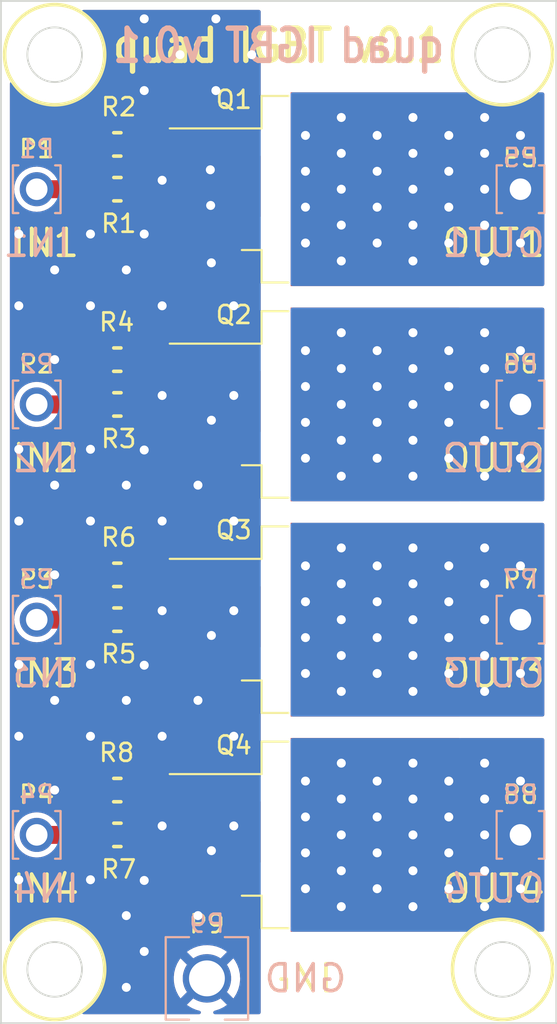
<source format=kicad_pcb>
(kicad_pcb (version 20211014) (generator pcbnew)
  (title_block (title "DDPAK breakout") (rev "R0.2") (company "rusEFI"))
  (layers (0 "F.Cu" signal) (31 "B.Cu" signal) (34 "B.Paste" user) (35 "F.Paste" user) (36 "B.SilkS" user "B.Silkscreen") (37 "F.SilkS" user "F.Silkscreen") (38 "B.Mask" user) (39 "F.Mask" user) (44 "Edge.Cuts" user))
  (net 0 "")
  (net 1 "/IN1")
  (net 2 "/IN2")
  (net 3 "/IN3")
  (net 4 "/IN4")
  (net 5 "/OUT1")
  (net 6 "/OUT2")
  (net 7 "/OUT3")
  (net 8 "/OUT4")
  (net 9 "/CH1")
  (net 10 "GND")
  (net 11 "/CH2")
  (net 12 "/CH3")
  (net 13 "/CH4")
  (footprint "hellen-one-common:R0805" (layer "F.Cu") (at 199.5 105)
    (fp_text reference "R2" (at -1 -1.5 unlocked) (layer "F.SilkS") (effects (justify left bottom)))
    (fp_text value "100k" hide)
    (fp_line (start -0.2 -0.650001) (end 0.2 -0.650001) (layer "F.SilkS") (width 0.2))
    (fp_line (start -0.204389 0.652927) (end 0.195611 0.652927) (layer "F.SilkS") (width 0.2))
    (pad "1" smd roundrect (at -0.950001 0) (size 1.000001 1.45) (layers "F.Cu" "F.Paste" "F.Mask") (roundrect_rratio 0.1) (net 10 "GND"))
    (pad "2" smd roundrect (at 0.950021 0) (size 1.000001 1.45) (layers "F.Cu" "F.Paste" "F.Mask") (roundrect_rratio 0.1) (net 9 "/CH1"))
  )
  (footprint "Package_TO_SOT_SMD:TO-263-2" (layer "F.Cu") (at 210.5 107.5)
    (fp_text reference "Q1" (at -4.5 -5) (layer "F.SilkS"))
    (fp_text value "ISL9V3040D3S")
    (fp_line (start -1.45 5.2) (end -2.95 5.2) (layer "F.SilkS") (width 0.12))
    (fp_line (start -1.45 -5.2) (end -2.95 -5.2) (layer "F.SilkS") (width 0.12))
    (fp_line (start -2.95 3.39) (end -4.05 3.39) (layer "F.SilkS") (width 0.12))
    (fp_line (start -2.95 -3.39) (end -8.075 -3.39) (layer "F.SilkS") (width 0.12))
    (fp_line (start -2.95 5.2) (end -2.95 3.39) (layer "F.SilkS") (width 0.12))
    (fp_line (start -2.95 -5.2) (end -2.95 -3.39) (layer "F.SilkS") (width 0.12))
    (pad "1" smd rect (at -5.775 -2.54) (size 4.6 1.1) (layers "F.Cu" "F.Paste" "F.Mask") (net 9 "/CH1"))
    (pad "2" smd rect (at 3.375 0) (size 9.4 10.8) (layers "F.Cu" "F.Mask") (net 5 "/OUT1"))
    (pad "3" smd rect (at -5.775 2.54) (size 4.6 1.1) (layers "F.Cu" "F.Paste" "F.Mask") (net 10 "GND"))
  )
  (footprint "hellen-one-common:PAD-TH" (layer "F.Cu") (at 195 119.5)
    (fp_text reference "P2" (at 0 -2.25) (layer "F.SilkS"))
    (fp_text value "Pad" hide)
    (fp_text user "${REFERENCE}" (at 0 -2.25) (layer "B.SilkS") (effects (justify mirror)))
    (fp_line (start -1.035538 -1.33) (end -1.33 -1.33) (layer "B.SilkS") (width 0.12))
    (fp_line (start 1.024373 -1.33) (end 1.33 -1.33) (layer "B.SilkS") (width 0.12))
    (fp_line (start -1.024373 1.33) (end -1.33 1.33) (layer "B.SilkS") (width 0.12))
    (fp_line (start 1.035538 1.33) (end 1.33 1.33) (layer "B.SilkS") (width 0.12))
    (fp_line (start 1.33 -1.33) (end 1.33 1.33) (layer "B.SilkS") (width 0.12))
    (fp_line (start -1.33 1.33) (end -1.33 -1.33) (layer "B.SilkS") (width 0.12))
    (fp_line (start -1.33 -1.33) (end -1.33 1.33) (layer "F.SilkS") (width 0.12))
    (fp_line (start 1.33 1.33) (end 1.33 -1.33) (layer "F.SilkS") (width 0.12))
    (fp_line (start -1.035538 1.33) (end -1.33 1.33) (layer "F.SilkS") (width 0.12))
    (fp_line (start 1.035538 -1.33) (end 1.33 -1.33) (layer "F.SilkS") (width 0.12))
    (fp_line (start -1.024373 -1.33) (end -1.33 -1.33) (layer "F.SilkS") (width 0.12))
    (fp_line (start 1.024373 1.33) (end 1.33 1.33) (layer "F.SilkS") (width 0.12))
    (pad "1" thru_hole circle locked (at 0 0) (size 1.9 1.9) (drill 1.2) (layers *.Cu *.Mask) (net 2 "/IN2"))
  )
  (footprint "hellen-one-common:R0805" (layer "F.Cu") (at 199.5 107.5 180)
    (fp_text reference "R1" (at 1 -2.5 unlocked) (layer "F.SilkS") (effects (justify left bottom)))
    (fp_text value "1k" hide)
    (fp_line (start -0.2 -0.650001) (end 0.2 -0.650001) (layer "F.SilkS") (width 0.2))
    (fp_line (start -0.204389 0.652927) (end 0.195611 0.652927) (layer "F.SilkS") (width 0.2))
    (pad "1" smd roundrect (at -0.950001 0 180) (size 1.000001 1.45) (layers "F.Cu" "F.Paste" "F.Mask") (roundrect_rratio 0.1) (net 9 "/CH1"))
    (pad "2" smd roundrect (at 0.950021 0 180) (size 1.000001 1.45) (layers "F.Cu" "F.Paste" "F.Mask") (roundrect_rratio 0.1) (net 1 "/IN1"))
  )
  (footprint "hellen-one-common:PAD-TH" (layer "F.Cu") (at 195 107.5)
    (fp_text reference "P1" (at 0 -2.25) (layer "F.SilkS"))
    (fp_text value "Pad" hide)
    (fp_text user "${REFERENCE}" (at 0 -2.25) (layer "B.SilkS") (effects (justify mirror)))
    (fp_line (start -1.035538 -1.33) (end -1.33 -1.33) (layer "B.SilkS") (width 0.12))
    (fp_line (start -1.33 1.33) (end -1.33 -1.33) (layer "B.SilkS") (width 0.12))
    (fp_line (start 1.035538 1.33) (end 1.33 1.33) (layer "B.SilkS") (width 0.12))
    (fp_line (start 1.33 -1.33) (end 1.33 1.33) (layer "B.SilkS") (width 0.12))
    (fp_line (start -1.024373 1.33) (end -1.33 1.33) (layer "B.SilkS") (width 0.12))
    (fp_line (start 1.024373 -1.33) (end 1.33 -1.33) (layer "B.SilkS") (width 0.12))
    (fp_line (start 1.33 1.33) (end 1.33 -1.33) (layer "F.SilkS") (width 0.12))
    (fp_line (start -1.33 -1.33) (end -1.33 1.33) (layer "F.SilkS") (width 0.12))
    (fp_line (start -1.024373 -1.33) (end -1.33 -1.33) (layer "F.SilkS") (width 0.12))
    (fp_line (start -1.035538 1.33) (end -1.33 1.33) (layer "F.SilkS") (width 0.12))
    (fp_line (start 1.035538 -1.33) (end 1.33 -1.33) (layer "F.SilkS") (width 0.12))
    (fp_line (start 1.024373 1.33) (end 1.33 1.33) (layer "F.SilkS") (width 0.12))
    (pad "1" thru_hole circle locked (at 0 0) (size 1.9 1.9) (drill 1.2) (layers *.Cu *.Mask) (net 1 "/IN1"))
  )
  (footprint "hellen-one-common:PAD-TH" (layer "F.Cu") (at 195 131.5)
    (fp_text reference "P3" (at 0 -2.25) (layer "F.SilkS"))
    (fp_text value "Pad" hide)
    (fp_text user "${REFERENCE}" (at 0 -2.25) (layer "B.SilkS") (effects (justify mirror)))
    (fp_line (start -1.33 1.33) (end -1.33 -1.33) (layer "B.SilkS") (width 0.12))
    (fp_line (start 1.035538 1.33) (end 1.33 1.33) (layer "B.SilkS") (width 0.12))
    (fp_line (start 1.024373 -1.33) (end 1.33 -1.33) (layer "B.SilkS") (width 0.12))
    (fp_line (start -1.035538 -1.33) (end -1.33 -1.33) (layer "B.SilkS") (width 0.12))
    (fp_line (start 1.33 -1.33) (end 1.33 1.33) (layer "B.SilkS") (width 0.12))
    (fp_line (start -1.024373 1.33) (end -1.33 1.33) (layer "B.SilkS") (width 0.12))
    (fp_line (start 1.024373 1.33) (end 1.33 1.33) (layer "F.SilkS") (width 0.12))
    (fp_line (start 1.035538 -1.33) (end 1.33 -1.33) (layer "F.SilkS") (width 0.12))
    (fp_line (start 1.33 1.33) (end 1.33 -1.33) (layer "F.SilkS") (width 0.12))
    (fp_line (start -1.035538 1.33) (end -1.33 1.33) (layer "F.SilkS") (width 0.12))
    (fp_line (start -1.33 -1.33) (end -1.33 1.33) (layer "F.SilkS") (width 0.12))
    (fp_line (start -1.024373 -1.33) (end -1.33 -1.33) (layer "F.SilkS") (width 0.12))
    (pad "1" thru_hole circle locked (at 0 0) (size 1.9 1.9) (drill 1.2) (layers *.Cu *.Mask) (net 3 "/IN3"))
  )
  (footprint "Package_TO_SOT_SMD:TO-263-2" (layer "F.Cu") (at 210.5 143.5)
    (fp_text reference "Q4" (at -4.5 -5) (layer "F.SilkS"))
    (fp_text value "ISL9V3040D3S")
    (fp_line (start -1.45 5.2) (end -2.95 5.2) (layer "F.SilkS") (width 0.12))
    (fp_line (start -2.95 3.39) (end -4.05 3.39) (layer "F.SilkS") (width 0.12))
    (fp_line (start -1.45 -5.2) (end -2.95 -5.2) (layer "F.SilkS") (width 0.12))
    (fp_line (start -2.95 -3.39) (end -8.075 -3.39) (layer "F.SilkS") (width 0.12))
    (fp_line (start -2.95 5.2) (end -2.95 3.39) (layer "F.SilkS") (width 0.12))
    (fp_line (start -2.95 -5.2) (end -2.95 -3.39) (layer "F.SilkS") (width 0.12))
    (pad "1" smd rect (at -5.775 -2.54) (size 4.6 1.1) (layers "F.Cu" "F.Paste" "F.Mask") (net 13 "/CH4"))
    (pad "2" smd rect (at 3.375 0) (size 9.4 10.8) (layers "F.Cu" "F.Mask") (net 8 "/OUT4"))
    (pad "3" smd rect (at -5.775 2.54) (size 4.6 1.1) (layers "F.Cu" "F.Paste" "F.Mask") (net 10 "GND"))
  )
  (footprint "hellen-one-common:R0805" (layer "F.Cu") (at 199.5 117)
    (fp_text reference "R4" (at -1.113674 -1.5 unlocked) (layer "F.SilkS") (effects (justify left bottom)))
    (fp_text value "100k" hide)
    (fp_line (start -0.204389 0.652927) (end 0.195611 0.652927) (layer "F.SilkS") (width 0.2))
    (fp_line (start -0.2 -0.650001) (end 0.2 -0.650001) (layer "F.SilkS") (width 0.2))
    (pad "1" smd roundrect (at -0.950001 0) (size 1.000001 1.45) (layers "F.Cu" "F.Paste" "F.Mask") (roundrect_rratio 0.1) (net 10 "GND"))
    (pad "2" smd roundrect (at 0.950021 0) (size 1.000001 1.45) (layers "F.Cu" "F.Paste" "F.Mask") (roundrect_rratio 0.1) (net 11 "/CH2"))
  )
  (footprint "hellen-one-common:R0805" (layer "F.Cu") (at 199.5 131.5 180)
    (fp_text reference "R5" (at 1 -2.5 unlocked) (layer "F.SilkS") (effects (justify left bottom)))
    (fp_text value "1k" hide)
    (fp_line (start -0.2 -0.650001) (end 0.2 -0.650001) (layer "F.SilkS") (width 0.2))
    (fp_line (start -0.204389 0.652927) (end 0.195611 0.652927) (layer "F.SilkS") (width 0.2))
    (pad "1" smd roundrect (at -0.950001 0 180) (size 1.000001 1.45) (layers "F.Cu" "F.Paste" "F.Mask") (roundrect_rratio 0.1) (net 12 "/CH3"))
    (pad "2" smd roundrect (at 0.950021 0 180) (size 1.000001 1.45) (layers "F.Cu" "F.Paste" "F.Mask") (roundrect_rratio 0.1) (net 3 "/IN3"))
  )
  (footprint "hellen-one-common:R0805" (layer "F.Cu") (at 199.5 143.5 180)
    (fp_text reference "R7" (at 1 -2.5 unlocked) (layer "F.SilkS") (effects (justify left bottom)))
    (fp_text value "1k" hide)
    (fp_line (start -0.204389 0.652927) (end 0.195611 0.652927) (layer "F.SilkS") (width 0.2))
    (fp_line (start -0.2 -0.650001) (end 0.2 -0.650001) (layer "F.SilkS") (width 0.2))
    (pad "1" smd roundrect (at -0.950001 0 180) (size 1.000001 1.45) (layers "F.Cu" "F.Paste" "F.Mask") (roundrect_rratio 0.1) (net 13 "/CH4"))
    (pad "2" smd roundrect (at 0.950021 0 180) (size 1.000001 1.45) (layers "F.Cu" "F.Paste" "F.Mask") (roundrect_rratio 0.1) (net 4 "/IN4"))
  )
  (footprint "hellen-one-common:PAD-TH" (layer "F.Cu") (at 195 143.5)
    (fp_text reference "P4" (at 0 -2.25) (layer "F.SilkS"))
    (fp_text value "Pad" hide)
    (fp_text user "${REFERENCE}" (at 0 -2.25) (layer "B.SilkS") (effects (justify mirror)))
    (fp_line (start -1.035538 -1.33) (end -1.33 -1.33) (layer "B.SilkS") (width 0.12))
    (fp_line (start 1.024373 -1.33) (end 1.33 -1.33) (layer "B.SilkS") (width 0.12))
    (fp_line (start -1.33 1.33) (end -1.33 -1.33) (layer "B.SilkS") (width 0.12))
    (fp_line (start 1.33 -1.33) (end 1.33 1.33) (layer "B.SilkS") (width 0.12))
    (fp_line (start -1.024373 1.33) (end -1.33 1.33) (layer "B.SilkS") (width 0.12))
    (fp_line (start 1.035538 1.33) (end 1.33 1.33) (layer "B.SilkS") (width 0.12))
    (fp_line (start 1.024373 1.33) (end 1.33 1.33) (layer "F.SilkS") (width 0.12))
    (fp_line (start -1.035538 1.33) (end -1.33 1.33) (layer "F.SilkS") (width 0.12))
    (fp_line (start -1.33 -1.33) (end -1.33 1.33) (layer "F.SilkS") (width 0.12))
    (fp_line (start 1.33 1.33) (end 1.33 -1.33) (layer "F.SilkS") (width 0.12))
    (fp_line (start -1.024373 -1.33) (end -1.33 -1.33) (layer "F.SilkS") (width 0.12))
    (fp_line (start 1.035538 -1.33) (end 1.33 -1.33) (layer "F.SilkS") (width 0.12))
    (pad "1" thru_hole circle locked (at 0 0) (size 1.9 1.9) (drill 1.2) (layers *.Cu *.Mask) (net 4 "/IN4"))
  )
  (footprint "hellen-one-common:PAD-TH" (layer "F.Cu") (at 222 107.5)
    (fp_text reference "P5" (at 0 -1.75) (layer "F.SilkS"))
    (fp_text value "Pad" hide)
    (fp_text user "${REFERENCE}" (at 0 -1.75) (layer "B.SilkS") (effects (justify mirror)))
    (fp_line (start 1.035538 1.33) (end 1.33 1.33) (layer "B.SilkS") (width 0.12))
    (fp_line (start -1.035538 -1.33) (end -1.33 -1.33) (layer "B.SilkS") (width 0.12))
    (fp_line (start -1.024373 1.33) (end -1.33 1.33) (layer "B.SilkS") (width 0.12))
    (fp_line (start 1.33 -1.33) (end 1.33 1.33) (layer "B.SilkS") (width 0.12))
    (fp_line (start -1.33 1.33) (end -1.33 -1.33) (layer "B.SilkS") (width 0.12))
    (fp_line (start 1.024373 -1.33) (end 1.33 -1.33) (layer "B.SilkS") (width 0.12))
    (fp_line (start -1.035538 1.33) (end -1.33 1.33) (layer "F.SilkS") (width 0.12))
    (fp_line (start -1.024373 -1.33) (end -1.33 -1.33) (layer "F.SilkS") (width 0.12))
    (fp_line (start -1.33 -1.33) (end -1.33 1.33) (layer "F.SilkS") (width 0.12))
    (fp_line (start 1.035538 -1.33) (end 1.33 -1.33) (layer "F.SilkS") (width 0.12))
    (fp_line (start 1.33 1.33) (end 1.33 -1.33) (layer "F.SilkS") (width 0.12))
    (fp_line (start 1.024373 1.33) (end 1.33 1.33) (layer "F.SilkS") (width 0.12))
    (pad "1" thru_hole circle locked (at 0 0) (size 1.9 1.9) (drill 1.2) (layers *.Cu *.Mask) (net 5 "/OUT1"))
  )
  (footprint "hellen-one-common:R0805" (layer "F.Cu") (at 199.5 141)
    (fp_text reference "R8" (at -1.113674 -1.5 unlocked) (layer "F.SilkS") (effects (justify left bottom)))
    (fp_text value "100k" hide)
    (fp_line (start -0.204389 0.652927) (end 0.195611 0.652927) (layer "F.SilkS") (width 0.2))
    (fp_line (start -0.2 -0.650001) (end 0.2 -0.650001) (layer "F.SilkS") (width 0.2))
    (pad "1" smd roundrect (at -0.950001 0) (size 1.000001 1.45) (layers "F.Cu" "F.Paste" "F.Mask") (roundrect_rratio 0.1) (net 10 "GND"))
    (pad "2" smd roundrect (at 0.950021 0) (size 1.000001 1.45) (layers "F.Cu" "F.Paste" "F.Mask") (roundrect_rratio 0.1) (net 13 "/CH4"))
  )
  (footprint "hellen-one-common:PAD-TH" (layer "F.Cu") (at 222 131.5)
    (fp_text reference "P7" (at 0 -2.25) (layer "F.SilkS"))
    (fp_text value "Pad" hide)
    (fp_text user "${REFERENCE}" (at 0 -2.25) (layer "B.SilkS") (effects (justify mirror)))
    (fp_line (start 1.035538 1.33) (end 1.33 1.33) (layer "B.SilkS") (width 0.12))
    (fp_line (start 1.33 -1.33) (end 1.33 1.33) (layer "B.SilkS") (width 0.12))
    (fp_line (start -1.035538 -1.33) (end -1.33 -1.33) (layer "B.SilkS") (width 0.12))
    (fp_line (start -1.024373 1.33) (end -1.33 1.33) (layer "B.SilkS") (width 0.12))
    (fp_line (start 1.024373 -1.33) (end 1.33 -1.33) (layer "B.SilkS") (width 0.12))
    (fp_line (start -1.33 1.33) (end -1.33 -1.33) (layer "B.SilkS") (width 0.12))
    (fp_line (start -1.33 -1.33) (end -1.33 1.33) (layer "F.SilkS") (width 0.12))
    (fp_line (start 1.33 1.33) (end 1.33 -1.33) (layer "F.SilkS") (width 0.12))
    (fp_line (start -1.035538 1.33) (end -1.33 1.33) (layer "F.SilkS") (width 0.12))
    (fp_line (start 1.035538 -1.33) (end 1.33 -1.33) (layer "F.SilkS") (width 0.12))
    (fp_line (start 1.024373 1.33) (end 1.33 1.33) (layer "F.SilkS") (width 0.12))
    (fp_line (start -1.024373 -1.33) (end -1.33 -1.33) (layer "F.SilkS") (width 0.12))
    (pad "1" thru_hole circle locked (at 0 0) (size 1.9 1.9) (drill 1.2) (layers *.Cu *.Mask) (net 7 "/OUT3"))
  )
  (footprint "hellen-one-common:PAD-TH" (layer "F.Cu") (at 222 143.5)
    (fp_text reference "P8" (at 0 -2.25) (layer "F.SilkS"))
    (fp_text value "Pad" hide)
    (fp_text user "${REFERENCE}" (at 0 -2.25) (layer "B.SilkS") (effects (justify mirror)))
    (fp_line (start 1.035538 1.33) (end 1.33 1.33) (layer "B.SilkS") (width 0.12))
    (fp_line (start -1.035538 -1.33) (end -1.33 -1.33) (layer "B.SilkS") (width 0.12))
    (fp_line (start 1.33 -1.33) (end 1.33 1.33) (layer "B.SilkS") (width 0.12))
    (fp_line (start -1.024373 1.33) (end -1.33 1.33) (layer "B.SilkS") (width 0.12))
    (fp_line (start -1.33 1.33) (end -1.33 -1.33) (layer "B.SilkS") (width 0.12))
    (fp_line (start 1.024373 -1.33) (end 1.33 -1.33) (layer "B.SilkS") (width 0.12))
    (fp_line (start 1.035538 -1.33) (end 1.33 -1.33) (layer "F.SilkS") (width 0.12))
    (fp_line (start 1.33 1.33) (end 1.33 -1.33) (layer "F.SilkS") (width 0.12))
    (fp_line (start 1.024373 1.33) (end 1.33 1.33) (layer "F.SilkS") (width 0.12))
    (fp_line (start -1.33 -1.33) (end -1.33 1.33) (layer "F.SilkS") (width 0.12))
    (fp_line (start -1.024373 -1.33) (end -1.33 -1.33) (layer "F.SilkS") (width 0.12))
    (fp_line (start -1.035538 1.33) (end -1.33 1.33) (layer "F.SilkS") (width 0.12))
    (pad "1" thru_hole circle locked (at 0 0) (size 1.9 1.9) (drill 1.2) (layers *.Cu *.Mask) (net 8 "/OUT4"))
  )
  (footprint "hellen-one-common:PAD-TH" (layer "F.Cu") (at 204.5 151.5)
    (fp_text reference "P9" (at 0 -3.03) (layer "F.SilkS"))
    (fp_text value "Pad" hide)
    (fp_text user "${REFERENCE}" (at 0 -3.06) (layer "B.SilkS") (effects (justify mirror)))
    (fp_line (start 2.3 2.3) (end 2.3 -2.3) (layer "B.SilkS") (width 0.12))
    (fp_line (start 1 2.3) (end 2.3 2.3) (layer "B.SilkS") (width 0.12))
    (fp_line (start -2.3 -2.3) (end -2.3 2.3) (layer "B.SilkS") (width 0.12))
    (fp_line (start -2.3 2.3) (end -1 2.3) (layer "B.SilkS") (width 0.12))
    (fp_line (start -2.3 -2.3) (end -1 -2.3) (layer "B.SilkS") (width 0.12))
    (fp_line (start 1 -2.3) (end 2.3 -2.3) (layer "B.SilkS") (width 0.12))
    (fp_line (start 2.3 2.3) (end 2.3 -2.3) (layer "F.SilkS") (width 0.12))
    (fp_line (start 1 -2.3) (end 2.3 -2.3) (layer "F.SilkS") (width 0.12))
    (fp_line (start -2.3 2.3) (end -1 2.3) (layer "F.SilkS") (width 0.12))
    (fp_line (start 1 2.3) (end 2.3 2.3) (layer "F.SilkS") (width 0.12))
    (fp_line (start -2.3 -2.3) (end -1 -2.3) (layer "F.SilkS") (width 0.12))
    (fp_line (start -2.3 -2.3) (end -2.3 2.3) (layer "F.SilkS") (width 0.12))
    (pad "1" thru_hole circle (at 0 0) (size 2.7 2.7) (drill 2) (layers *.Cu *.Mask) (net 10 "GND"))
  )
  (footprint "Package_TO_SOT_SMD:TO-263-2" (layer "F.Cu") (at 210.5 131.5)
    (fp_text reference "Q3" (at -4.5 -5) (layer "F.SilkS"))
    (fp_text value "ISL9V3040D3S")
    (fp_line (start -1.45 5.2) (end -2.95 5.2) (layer "F.SilkS") (width 0.12))
    (fp_line (start -2.95 -3.39) (end -8.075 -3.39) (layer "F.SilkS") (width 0.12))
    (fp_line (start -1.45 -5.2) (end -2.95 -5.2) (layer "F.SilkS") (width 0.12))
    (fp_line (start -2.95 3.39) (end -4.05 3.39) (layer "F.SilkS") (width 0.12))
    (fp_line (start -2.95 -5.2) (end -2.95 -3.39) (layer "F.SilkS") (width 0.12))
    (fp_line (start -2.95 5.2) (end -2.95 3.39) (layer "F.SilkS") (width 0.12))
    (pad "1" smd rect (at -5.775 -2.54) (size 4.6 1.1) (layers "F.Cu" "F.Paste" "F.Mask") (net 12 "/CH3"))
    (pad "2" smd rect (at 3.375 0) (size 9.4 10.8) (layers "F.Cu" "F.Mask") (net 7 "/OUT3"))
    (pad "3" smd rect (at -5.775 2.54) (size 4.6 1.1) (layers "F.Cu" "F.Paste" "F.Mask") (net 10 "GND"))
  )
  (footprint "hellen-one-common:R0805" (layer "F.Cu") (at 199.5 129)
    (fp_text reference "R6" (at -1 -1.5 unlocked) (layer "F.SilkS") (effects (justify left bottom)))
    (fp_text value "100k" hide)
    (fp_line (start -0.204389 0.652927) (end 0.195611 0.652927) (layer "F.SilkS") (width 0.2))
    (fp_line (start -0.2 -0.650001) (end 0.2 -0.650001) (layer "F.SilkS") (width 0.2))
    (pad "1" smd roundrect (at -0.950001 0) (size 1.000001 1.45) (layers "F.Cu" "F.Paste" "F.Mask") (roundrect_rratio 0.1) (net 10 "GND"))
    (pad "2" smd roundrect (at 0.950021 0) (size 1.000001 1.45) (layers "F.Cu" "F.Paste" "F.Mask") (roundrect_rratio 0.1) (net 12 "/CH3"))
  )
  (footprint "hellen-one-common:R0805" (layer "F.Cu") (at 199.5 119.5 180)
    (fp_text reference "R3" (at 1 -2.5 unlocked) (layer "F.SilkS") (effects (justify left bottom)))
    (fp_text value "1k" hide)
    (fp_line (start -0.204389 0.652927) (end 0.195611 0.652927) (layer "F.SilkS") (width 0.2))
    (fp_line (start -0.2 -0.650001) (end 0.2 -0.650001) (layer "F.SilkS") (width 0.2))
    (pad "1" smd roundrect (at -0.950001 0 180) (size 1.000001 1.45) (layers "F.Cu" "F.Paste" "F.Mask") (roundrect_rratio 0.1) (net 11 "/CH2"))
    (pad "2" smd roundrect (at 0.950021 0 180) (size 1.000001 1.45) (layers "F.Cu" "F.Paste" "F.Mask") (roundrect_rratio 0.1) (net 2 "/IN2"))
  )
  (footprint "hellen-one-common:PAD-TH" (layer "F.Cu") (at 222 119.5)
    (fp_text reference "P6" (at 0 -2.25) (layer "F.SilkS"))
    (fp_text value "Pad" hide)
    (fp_text user "${REFERENCE}" (at 0 -2.25) (layer "B.SilkS") (effects (justify mirror)))
    (fp_line (start 1.024373 -1.33) (end 1.33 -1.33) (layer "B.SilkS") (width 0.12))
    (fp_line (start -1.33 1.33) (end -1.33 -1.33) (layer "B.SilkS") (width 0.12))
    (fp_line (start 1.035538 1.33) (end 1.33 1.33) (layer "B.SilkS") (width 0.12))
    (fp_line (start -1.024373 1.33) (end -1.33 1.33) (layer "B.SilkS") (width 0.12))
    (fp_line (start -1.035538 -1.33) (end -1.33 -1.33) (layer "B.SilkS") (width 0.12))
    (fp_line (start 1.33 -1.33) (end 1.33 1.33) (layer "B.SilkS") (width 0.12))
    (fp_line (start 1.035538 -1.33) (end 1.33 -1.33) (layer "F.SilkS") (width 0.12))
    (fp_line (start -1.035538 1.33) (end -1.33 1.33) (layer "F.SilkS") (width 0.12))
    (fp_line (start 1.024373 1.33) (end 1.33 1.33) (layer "F.SilkS") (width 0.12))
    (fp_line (start 1.33 1.33) (end 1.33 -1.33) (layer "F.SilkS") (width 0.12))
    (fp_line (start -1.33 -1.33) (end -1.33 1.33) (layer "F.SilkS") (width 0.12))
    (fp_line (start -1.024373 -1.33) (end -1.33 -1.33) (layer "F.SilkS") (width 0.12))
    (pad "1" thru_hole circle locked (at 0 0) (size 1.9 1.9) (drill 1.2) (layers *.Cu *.Mask) (net 6 "/OUT2"))
  )
  (footprint "Package_TO_SOT_SMD:TO-263-2" (layer "F.Cu") (at 210.5 119.5)
    (fp_text reference "Q2" (at -4.5 -5) (layer "F.SilkS"))
    (fp_text value "ISL9V3040D3S")
    (fp_line (start -2.95 -3.39) (end -8.075 -3.39) (layer "F.SilkS") (width 0.12))
    (fp_line (start -1.45 5.2) (end -2.95 5.2) (layer "F.SilkS") (width 0.12))
    (fp_line (start -2.95 5.2) (end -2.95 3.39) (layer "F.SilkS") (width 0.12))
    (fp_line (start -2.95 -5.2) (end -2.95 -3.39) (layer "F.SilkS") (width 0.12))
    (fp_line (start -1.45 -5.2) (end -2.95 -5.2) (layer "F.SilkS") (width 0.12))
    (fp_line (start -2.95 3.39) (end -4.05 3.39) (layer "F.SilkS") (width 0.12))
    (pad "1" smd rect (at -5.775 -2.54) (size 4.6 1.1) (layers "F.Cu" "F.Paste" "F.Mask") (net 11 "/CH2"))
    (pad "2" smd rect (at 3.375 0) (size 9.4 10.8) (layers "F.Cu" "F.Mask") (net 6 "/OUT2"))
    (pad "3" smd rect (at -5.775 2.54) (size 4.6 1.1) (layers "F.Cu" "F.Paste" "F.Mask") (net 10 "GND"))
  )
  (gr_circle (center 196 151) (end 198.794 151) (layer "F.SilkS") (width 0.2) (fill none))
  (gr_circle (center 196 100) (end 198.794 100) (layer "F.SilkS") (width 0.2) (fill none))
  (gr_circle (center 221 151) (end 223.794 151) (layer "F.SilkS") (width 0.2) (fill none))
  (gr_circle (center 221 100) (end 223.794 100) (layer "F.SilkS") (width 0.2) (fill none))
  (gr_line (start 193 97) (end 193 154) (layer "Edge.Cuts") (width 0.1))
  (gr_line (start 193 154) (end 224 154) (layer "Edge.Cuts") (width 0.1))
  (gr_circle (center 221 151) (end 222.524 151) (layer "Edge.Cuts") (width 0.1) (fill none))
  (gr_circle (center 196 151) (end 197.524 151) (layer "Edge.Cuts") (width 0.1) (fill none))
  (gr_circle (center 221 100) (end 222.524 100) (layer "Edge.Cuts") (width 0.1) (fill none))
  (gr_line (start 193 97) (end 224 97) (layer "Edge.Cuts") (width 0.1))
  (gr_line (start 224 97) (end 224 154) (layer "Edge.Cuts") (width 0.1))
  (gr_circle (center 196 100) (end 197.524 100) (layer "Edge.Cuts") (width 0.1) (fill none))
  (gr_text "IN1" (at 195 110.5) (layer "B.SilkS") (effects (font (size 1.5 1.5) (thickness 0.2)) (justify mirror)))
  (gr_text "IN3" (at 195.5 134.5) (layer "B.SilkS") (effects (font (size 1.5 1.5) (thickness 0.2)) (justify mirror)))
  (gr_text "OUT2" (at 220.5 122.5) (layer "B.SilkS") (effects (font (size 1.5 1.5) (thickness 0.2)) (justify mirror)))
  (gr_text "IN2" (at 195.5 122.5) (layer "B.SilkS") (effects (font (size 1.5 1.5) (thickness 0.2)) (justify mirror)))
  (gr_text "OUT1" (at 220.5 110.5) (layer "B.SilkS") (effects (font (size 1.5 1.5) (thickness 0.2)) (justify mirror)))
  (gr_text "OUT4" (at 220.5 146.5) (layer "B.SilkS") (effects (font (size 1.5 1.5) (thickness 0.2)) (justify mirror)))
  (gr_text "OUT3" (at 220.5 134.5) (layer "B.SilkS") (effects (font (size 1.5 1.5) (thickness 0.2)) (justify mirror)))
  (gr_text "quad IGBT v0.1" (at 208.5 99.5) (layer "B.SilkS") (effects (font (size 1.8 1.6) (thickness 0.3)) (justify mirror)))
  (gr_text "GND" (at 210 151.5) (layer "B.SilkS") (effects (font (size 1.5 1.5) (thickness 0.2)) (justify mirror)))
  (gr_text "IN4" (at 195.5 146.5) (layer "B.SilkS") (effects (font (size 1.5 1.5) (thickness 0.2)) (justify mirror)))
  (gr_text "IN3" (at 195.5 134.5) (layer "F.SilkS") (effects (font (size 1.5 1.5) (thickness 0.2))))
  (gr_text "IN1" (at 195.5 110.5) (layer "F.SilkS") (effects (font (size 1.5 1.5) (thickness 0.2))))
  (gr_text "OUT4" (at 220.5 146.5) (layer "F.SilkS") (effects (font (size 1.5 1.5) (thickness 0.2))))
  (gr_text "OUT3" (at 220.5 134.5) (layer "F.SilkS") (effects (font (size 1.5 1.5) (thickness 0.2))))
  (gr_text "quad IGBT v0.1" (at 208.5 99.5) (layer "F.SilkS") (effects (font (size 1.8 1.6) (thickness 0.3))))
  (gr_text "GND" (at 210 151.5) (layer "F.SilkS") (effects (font (size 1.5 1.5) (thickness 0.2))))
  (gr_text "IN2" (at 195.5 122.5) (layer "F.SilkS") (effects (font (size 1.5 1.5) (thickness 0.2))))
  (gr_text "IN4" (at 195.5 146.5) (layer "F.SilkS") (effects (font (size 1.5 1.5) (thickness 0.2))))
  (gr_text "OUT2" (at 220.5 122.5) (layer "F.SilkS") (effects (font (size 1.5 1.5) (thickness 0.2))))
  (gr_text "OUT1" (at 220.5 110.5) (layer "F.SilkS") (effects (font (size 1.5 1.5) (thickness 0.2))))
  (segment (start 195 107.5) (end 198.549979 107.5) (width 1) (layer "F.Cu") (net 1))
  (segment (start 195 119.5) (end 198.549979 119.5) (width 1) (layer "F.Cu") (net 2))
  (segment (start 195 131.5) (end 198.549979 131.5) (width 1) (layer "F.Cu") (net 3))
  (segment (start 195 143.5) (end 198.549979 143.5) (width 1) (layer "F.Cu") (net 4))
  (via (at 214 108.5) (size 0.9) (drill 0.5) (layers "F.Cu" "B.Cu") (net 5))
  (via (at 220 111.5) (size 0.9) (drill 0.5) (layers "F.Cu" "B.Cu") (net 5))
  (via (at 216 109.5) (size 0.9) (drill 0.5) (layers "F.Cu" "B.Cu") (net 5))
  (via (at 218 104.5) (size 0.9) (drill 0.5) (layers "F.Cu" "B.Cu") (net 5))
  (via (at 210 110.5) (size 0.9) (drill 0.5) (layers "F.Cu" "B.Cu") (net 5))
  (via (at 212 103.5) (size 0.9) (drill 0.5) (layers "F.Cu" "B.Cu") (net 5))
  (via (at 214 106.5) (size 0.9) (drill 0.5) (layers "F.Cu" "B.Cu") (net 5))
  (via (at 216 107.5) (size 0.9) (drill 0.5) (layers "F.Cu" "B.Cu") (net 5))
  (via (at 222 104.5) (size 0.9) (drill 0.5) (layers "F.Cu" "B.Cu") (net 5))
  (via (at 220 103.5) (size 0.9) (drill 0.5) (layers "F.Cu" "B.Cu") (net 5))
  (via (at 210 104.5) (size 0.9) (drill 0.5) (layers "F.Cu" "B.Cu") (net 5))
  (via (at 218 108.5) (size 0.9) (drill 0.5) (layers "F.Cu" "B.Cu") (net 5))
  (via (at 220 109.5) (size 0.9) (drill 0.5) (layers "F.Cu" "B.Cu") (net 5))
  (via (at 214 104.5) (size 0.9) (drill 0.5) (layers "F.Cu" "B.Cu") (net 5))
  (via (at 218 110.5) (size 0.9) (drill 0.5) (layers "F.Cu" "B.Cu") (net 5))
  (via (at 220 105.5) (size 0.9) (drill 0.5) (layers "F.Cu" "B.Cu") (net 5))
  (via (at 210 108.5) (size 0.9) (drill 0.5) (layers "F.Cu" "B.Cu") (net 5))
  (via (at 220 107.5) (size 0.9) (drill 0.5) (layers "F.Cu" "B.Cu") (net 5))
  (via (at 212 107.5) (size 0.9) (drill 0.5) (layers "F.Cu" "B.Cu") (net 5))
  (via (at 212 111.5) (size 0.9) (drill 0.5) (layers "F.Cu" "B.Cu") (net 5))
  (via (at 216 103.5) (size 0.9) (drill 0.5) (layers "F.Cu" "B.Cu") (net 5))
  (via (at 212 105.5) (size 0.9) (drill 0.5) (layers "F.Cu" "B.Cu") (net 5))
  (via (at 218 106.5) (size 0.9) (drill 0.5) (layers "F.Cu" "B.Cu") (net 5))
  (via (at 216 111.5) (size 0.9) (drill 0.5) (layers "F.Cu" "B.Cu") (net 5))
  (via (at 214 110.5) (size 0.9) (drill 0.5) (layers "F.Cu" "B.Cu") (net 5))
  (via (at 210 106.5) (size 0.9) (drill 0.5) (layers "F.Cu" "B.Cu") (net 5))
  (via (at 222 110.5) (size 0.9) (drill 0.5) (layers "F.Cu" "B.Cu") (net 5))
  (via (at 212 109.5) (size 0.9) (drill 0.5) (layers "F.Cu" "B.Cu") (net 5))
  (via (at 216 105.5) (size 0.9) (drill 0.5) (layers "F.Cu" "B.Cu") (net 5))
  (via (at 210 118.5) (size 0.9) (drill 0.5) (layers "F.Cu" "B.Cu") (net 6))
  (via (at 210 116.5) (size 0.9) (drill 0.5) (layers "F.Cu" "B.Cu") (net 6))
  (via (at 218 120.5) (size 0.9) (drill 0.5) (layers "F.Cu" "B.Cu") (net 6))
  (via (at 220 115.5) (size 0.9) (drill 0.5) (layers "F.Cu" "B.Cu") (net 6))
  (via (at 220 123.5) (size 0.9) (drill 0.5) (layers "F.Cu" "B.Cu") (net 6))
  (via (at 212 115.5) (size 0.9) (drill 0.5) (layers "F.Cu" "B.Cu") (net 6))
  (via (at 218 118.5) (size 0.9) (drill 0.5) (layers "F.Cu" "B.Cu") (net 6))
  (via (at 216 117.5) (size 0.9) (drill 0.5) (layers "F.Cu" "B.Cu") (net 6))
  (via (at 222 122.5) (size 0.9) (drill 0.5) (layers "F.Cu" "B.Cu") (net 6))
  (via (at 212 123.5) (size 0.9) (drill 0.5) (layers "F.Cu" "B.Cu") (net 6))
  (via (at 218 122.5) (size 0.9) (drill 0.5) (layers "F.Cu" "B.Cu") (net 6))
  (via (at 216 121.5) (size 0.9) (drill 0.5) (layers "F.Cu" "B.Cu") (net 6))
  (via (at 220 117.5) (size 0.9) (drill 0.5) (layers "F.Cu" "B.Cu") (net 6))
  (via (at 220 121.5) (size 0.9) (drill 0.5) (layers "F.Cu" "B.Cu") (net 6))
  (via (at 214 118.5) (size 0.9) (drill 0.5) (layers "F.Cu" "B.Cu") (net 6))
  (via (at 210 122.5) (size 0.9) (drill 0.5) (layers "F.Cu" "B.Cu") (net 6))
  (via (at 214 116.5) (size 0.9) (drill 0.5) (layers "F.Cu" "B.Cu") (net 6))
  (via (at 214 120.5) (size 0.9) (drill 0.5) (layers "F.Cu" "B.Cu") (net 6))
  (via (at 212 121.5) (size 0.9) (drill 0.5) (layers "F.Cu" "B.Cu") (net 6))
  (via (at 222 116.5) (size 0.9) (drill 0.5) (layers "F.Cu" "B.Cu") (net 6))
  (via (at 216 123.5) (size 0.9) (drill 0.5) (layers "F.Cu" "B.Cu") (net 6))
  (via (at 212 119.5) (size 0.9) (drill 0.5) (layers "F.Cu" "B.Cu") (net 6))
  (via (at 216 115.5) (size 0.9) (drill 0.5) (layers "F.Cu" "B.Cu") (net 6))
  (via (at 218 116.5) (size 0.9) (drill 0.5) (layers "F.Cu" "B.Cu") (net 6))
  (via (at 214 122.5) (size 0.9) (drill 0.5) (layers "F.Cu" "B.Cu") (net 6))
  (via (at 210 120.5) (size 0.9) (drill 0.5) (layers "F.Cu" "B.Cu") (net 6))
  (via (at 212 117.5) (size 0.9) (drill 0.5) (layers "F.Cu" "B.Cu") (net 6))
  (via (at 220 119.5) (size 0.9) (drill 0.5) (layers "F.Cu" "B.Cu") (net 6))
  (via (at 216 119.5) (size 0.9) (drill 0.5) (layers "F.Cu" "B.Cu") (net 6))
  (via (at 218 134.5) (size 0.9) (drill 0.5) (layers "F.Cu" "B.Cu") (net 7))
  (via (at 220 135.5) (size 0.9) (drill 0.5) (layers "F.Cu" "B.Cu") (net 7))
  (via (at 220 129.5) (size 0.9) (drill 0.5) (layers "F.Cu" "B.Cu") (net 7))
  (via (at 218 128.5) (size 0.9) (drill 0.5) (layers "F.Cu" "B.Cu") (net 7))
  (via (at 210 134.5) (size 0.9) (drill 0.5) (layers "F.Cu" "B.Cu") (net 7))
  (via (at 216 129.5) (size 0.9) (drill 0.5) (layers "F.Cu" "B.Cu") (net 7))
  (via (at 214 130.5) (size 0.9) (drill 0.5) (layers "F.Cu" "B.Cu") (net 7))
  (via (at 216 135.5) (size 0.9) (drill 0.5) (layers "F.Cu" "B.Cu") (net 7))
  (via (at 212 133.5) (size 0.9) (drill 0.5) (layers "F.Cu" "B.Cu") (net 7))
  (via (at 218 130.5) (size 0.9) (drill 0.5) (layers "F.Cu" "B.Cu") (net 7))
  (via (at 210 130.5) (size 0.9) (drill 0.5) (layers "F.Cu" "B.Cu") (net 7))
  (via (at 220 127.5) (size 0.9) (drill 0.5) (layers "F.Cu" "B.Cu") (net 7))
  (via (at 218 132.5) (size 0.9) (drill 0.5) (layers "F.Cu" "B.Cu") (net 7))
  (via (at 214 128.5) (size 0.9) (drill 0.5) (layers "F.Cu" "B.Cu") (net 7))
  (via (at 212 127.5) (size 0.9) (drill 0.5) (layers "F.Cu" "B.Cu") (net 7))
  (via (at 210 132.5) (size 0.9) (drill 0.5) (layers "F.Cu" "B.Cu") (net 7))
  (via (at 214 132.5) (size 0.9) (drill 0.5) (layers "F.Cu" "B.Cu") (net 7))
  (via (at 220 133.5) (size 0.9) (drill 0.5) (layers "F.Cu" "B.Cu") (net 7))
  (via (at 212 129.5) (size 0.9) (drill 0.5) (layers "F.Cu" "B.Cu") (net 7))
  (via (at 220 131.5) (size 0.9) (drill 0.5) (layers "F.Cu" "B.Cu") (net 7))
  (via (at 216 133.5) (size 0.9) (drill 0.5) (layers "F.Cu" "B.Cu") (net 7))
  (via (at 210 128.5) (size 0.9) (drill 0.5) (layers "F.Cu" "B.Cu") (net 7))
  (via (at 222 128.5) (size 0.9) (drill 0.5) (layers "F.Cu" "B.Cu") (net 7))
  (via (at 212 135.5) (size 0.9) (drill 0.5) (layers "F.Cu" "B.Cu") (net 7))
  (via (at 212 131.5) (size 0.9) (drill 0.5) (layers "F.Cu" "B.Cu") (net 7))
  (via (at 216 131.5) (size 0.9) (drill 0.5) (layers "F.Cu" "B.Cu") (net 7))
  (via (at 214 134.5) (size 0.9) (drill 0.5) (layers "F.Cu" "B.Cu") (net 7))
  (via (at 216 127.5) (size 0.9) (drill 0.5) (layers "F.Cu" "B.Cu") (net 7))
  (via (at 222 134.5) (size 0.9) (drill 0.5) (layers "F.Cu" "B.Cu") (net 7))
  (via (at 212 141.5) (size 0.9) (drill 0.5) (layers "F.Cu" "B.Cu") (net 8))
  (via (at 216 147.5) (size 0.9) (drill 0.5) (layers "F.Cu" "B.Cu") (net 8))
  (via (at 214 140.5) (size 0.9) (drill 0.5) (layers "F.Cu" "B.Cu") (net 8))
  (via (at 214 146.5) (size 0.9) (drill 0.5) (layers "F.Cu" "B.Cu") (net 8))
  (via (at 212 145.5) (size 0.9) (drill 0.5) (layers "F.Cu" "B.Cu") (net 8))
  (via (at 212 147.5) (size 0.9) (drill 0.5) (layers "F.Cu" "B.Cu") (net 8))
  (via (at 220 141.5) (size 0.9) (drill 0.5) (layers "F.Cu" "B.Cu") (net 8))
  (via (at 216 143.5) (size 0.9) (drill 0.5) (layers "F.Cu" "B.Cu") (net 8))
  (via (at 216 141.5) (size 0.9) (drill 0.5) (layers "F.Cu" "B.Cu") (net 8))
  (via (at 218 146.5) (size 0.9) (drill 0.5) (layers "F.Cu" "B.Cu") (net 8))
  (via (at 218 142.5) (size 0.9) (drill 0.5) (layers "F.Cu" "B.Cu") (net 8))
  (via (at 216 139.5) (size 0.9) (drill 0.5) (layers "F.Cu" "B.Cu") (net 8))
  (via (at 212 143.5) (size 0.9) (drill 0.5) (layers "F.Cu" "B.Cu") (net 8))
  (via (at 218 144.5) (size 0.9) (drill 0.5) (layers "F.Cu" "B.Cu") (net 8))
  (via (at 220 143.5) (size 0.9) (drill 0.5) (layers "F.Cu" "B.Cu") (net 8))
  (via (at 210 144.5) (size 0.9) (drill 0.5) (layers "F.Cu" "B.Cu") (net 8))
  (via (at 220 145.5) (size 0.9) (drill 0.5) (layers "F.Cu" "B.Cu") (net 8))
  (via (at 220 139.5) (size 0.9) (drill 0.5) (layers "F.Cu" "B.Cu") (net 8))
  (via (at 210 142.5) (size 0.9) (drill 0.5) (layers "F.Cu" "B.Cu") (net 8))
  (via (at 222 146.5) (size 0.9) (drill 0.5) (layers "F.Cu" "B.Cu") (net 8))
  (via (at 218 140.5) (size 0.9) (drill 0.5) (layers "F.Cu" "B.Cu") (net 8))
  (via (at 212 139.5) (size 0.9) (drill 0.5) (layers "F.Cu" "B.Cu") (net 8))
  (via (at 214 144.5) (size 0.9) (drill 0.5) (layers "F.Cu" "B.Cu") (net 8))
  (via (at 210 140.5) (size 0.9) (drill 0.5) (layers "F.Cu" "B.Cu") (net 8))
  (via (at 214 142.5) (size 0.9) (drill 0.5) (layers "F.Cu" "B.Cu") (net 8))
  (via (at 222 140.5) (size 0.9) (drill 0.5) (layers "F.Cu" "B.Cu") (net 8))
  (via (at 216 145.5) (size 0.9) (drill 0.5) (layers "F.Cu" "B.Cu") (net 8))
  (via (at 220 147.5) (size 0.9) (drill 0.5) (layers "F.Cu" "B.Cu") (net 8))
  (via (at 210 146.5) (size 0.9) (drill 0.5) (layers "F.Cu" "B.Cu") (net 8))
  (segment (start 200.450021 105) (end 204.685 105) (width 1) (layer "F.Cu") (net 9))
  (segment (start 200.450001 107.5) (end 200.450001 105.00002) (width 1) (layer "F.Cu") (net 9))
  (segment (start 204.685 105) (end 204.725 104.96) (width 1) (layer "F.Cu") (net 9))
  (segment (start 200.450001 105.00002) (end 200.450021 105) (width 1) (layer "F.Cu") (net 9))
  (via (at 201 102) (size 0.9) (drill 0.5) (layers "F.Cu" "B.Cu") (net 10))
  (via (at 206 138) (size 0.9) (drill 0.5) (layers "F.Cu" "B.Cu") (net 10))
  (via (at 196 124) (size 0.9) (drill 0.5) (layers "F.Cu" "B.Cu") (net 10))
  (via (at 205 102) (size 0.9) (drill 0.5) (layers "F.Cu" "B.Cu") (net 10))
  (via (at 200 112) (size 0.9) (drill 0.5) (layers "F.Cu" "B.Cu") (net 10))
  (via (at 194 134) (size 0.9) (drill 0.5) (layers "F.Cu" "B.Cu") (net 10))
  (via (at 206 131) (size 0.9) (drill 0.5) (layers "F.Cu" "B.Cu") (net 10))
  (via (at 201 122.04) (size 0.9) (drill 0.5) (layers "F.Cu" "B.Cu") (net 10))
  (via (at 206 114) (size 0.9) (drill 0.5) (layers "F.Cu" "B.Cu") (net 10))
  (via (at 201 110) (size 0.9) (drill 0.5) (layers "F.Cu" "B.Cu") (net 10))
  (via (at 204 136) (size 0.9) (drill 0.5) (layers "F.Cu" "B.Cu") (net 10))
  (via (at 200 148) (size 0.9) (drill 0.5) (layers "F.Cu" "B.Cu") (net 10))
  (via (at 202 143) (size 0.9) (drill 0.5) (layers "F.Cu" "B.Cu") (net 10))
  (via (at 198 122) (size 0.9) (drill 0.5) (layers "F.Cu" "B.Cu") (net 10))
  (via (at 200 152) (size 0.9) (drill 0.5) (layers "F.Cu" "B.Cu") (net 10))
  (via (at 202 126) (size 0.9) (drill 0.5) (layers "F.Cu" "B.Cu") (net 10))
  (via (at 207 100) (size 0.9) (drill 0.5) (layers "F.Cu" "B.Cu") (net 10))
  (via (at 196 136) (size 0.9) (drill 0.5) (layers "F.Cu" "B.Cu") (net 10))
  (via (at 204.690055 106.416528) (size 0.9) (drill 0.5) (layers "F.Cu" "B.Cu") (net 10))
  (via (at 196 117) (size 0.9) (drill 0.5) (layers "F.Cu" "B.Cu") (net 10))
  (via (at 194 138) (size 0.9) (drill 0.5) (layers "F.Cu" "B.Cu") (net 10))
  (via (at 205 98) (size 0.9) (drill 0.5) (layers "F.Cu" "B.Cu") (net 10))
  (via (at 194 110) (size 0.9) (drill 0.5) (layers "F.Cu" "B.Cu") (net 10))
  (via (at 198 114) (size 0.9) (drill 0.5) (layers "F.Cu" "B.Cu") (net 10))
  (via (at 204 148) (size 0.9) (drill 0.5) (layers "F.Cu" "B.Cu") (net 10))
  (via (at 203 100) (size 0.9) (drill 0.5) (layers "F.Cu" "B.Cu") (net 10))
  (via (at 201 150) (size 0.9) (drill 0.5) (layers "F.Cu" "B.Cu") (net 10))
  (via (at 198 134) (size 0.9) (drill 0.5) (layers "F.Cu" "B.Cu") (net 10))
  (via (at 204.750414 132.379606) (size 0.9) (drill 0.5) (layers "F.Cu" "B.Cu") (net 10))
  (via (at 194 146) (size 0.9) (drill 0.5) (layers "F.Cu" "B.Cu") (net 10))
  (via (at 196 141) (size 0.9) (drill 0.5) (layers "F.Cu" "B.Cu") (net 10))
  (via (at 202 114) (size 0.9) (drill 0.5) (layers "F.Cu" "B.Cu") (net 10))
  (via (at 201 98) (size 0.9) (drill 0.5) (layers "F.Cu" "B.Cu") (net 10))
  (via (at 206 126) (size 0.9) (drill 0.5) (layers "F.Cu" "B.Cu") (net 10))
  (via (at 204.748251 111.603086) (size 0.9) (drill 0.5) (layers "F.Cu" "B.Cu") (net 10))
  (via (at 200 124) (size 0.9) (drill 0.5) (layers "F.Cu" "B.Cu") (net 10))
  (via (at 206 143) (size 0.9) (drill 0.5) (layers "F.Cu" "B.Cu") (net 10))
  (via (at 204.708012 108.404053) (size 0.9) (drill 0.5) (layers "F.Cu" "B.Cu") (net 10))
  (via (at 202 119) (size 0.9) (drill 0.5) (layers "F.Cu" "B.Cu") (net 10))
  (via (at 196 129) (size 0.9) (drill 0.5) (layers "F.Cu" "B.Cu") (net 10))
  (via (at 206 119) (size 0.9) (drill 0.5) (layers "F.Cu" "B.Cu") (net 10))
  (via (at 202 131) (size 0.9) (drill 0.5) (layers "F.Cu" "B.Cu") (net 10))
  (via (at 201 134.04) (size 0.9) (drill 0.5) (layers "F.Cu" "B.Cu") (net 10))
  (via (at 198 146) (size 0.9) (drill 0.5) (layers "F.Cu" "B.Cu") (net 10))
  (via (at 204.750414 120.379606) (size 0.9) (drill 0.5) (layers "F.Cu" "B.Cu") (net 10))
  (via (at 198 138) (size 0.9) (drill 0.5) (layers "F.Cu" "B.Cu") (net 10))
  (via (at 198 126) (size 0.9) (drill 0.5) (layers "F.Cu" "B.Cu") (net 10))
  (via (at 204.750414 144.379606) (size 0.9) (drill 0.5) (layers "F.Cu" "B.Cu") (net 10))
  (via (at 194 114) (size 0.9) (drill 0.5) (layers "F.Cu" "B.Cu") (net 10))
  (via (at 196 112) (size 0.9) (drill 0.5) (layers "F.Cu" "B.Cu") (net 10))
  (via (at 204 124) (size 0.9) (drill 0.5) (layers "F.Cu" "B.Cu") (net 10))
  (via (at 198 110) (size 0.9) (drill 0.5) (layers "F.Cu" "B.Cu") (net 10))
  (via (at 201 146.04) (size 0.9) (drill 0.5) (layers "F.Cu" "B.Cu") (net 10))
  (via (at 202 107) (size 0.9) (drill 0.5) (layers "F.Cu" "B.Cu") (net 10))
  (via (at 194 122) (size 0.9) (drill 0.5) (layers "F.Cu" "B.Cu") (net 10))
  (via (at 194 126) (size 0.9) (drill 0.5) (layers "F.Cu" "B.Cu") (net 10))
  (via (at 200 136) (size 0.9) (drill 0.5) (layers "F.Cu" "B.Cu") (net 10))
  (via (at 202 138) (size 0.9) (drill 0.5) (layers "F.Cu" "B.Cu") (net 10))
  (segment (start 204.685 117) (end 204.725 116.96) (width 1) (layer "F.Cu") (net 11))
  (segment (start 200.450021 117) (end 204.685 117) (width 1) (layer "F.Cu") (net 11))
  (segment (start 200.450001 119.5) (end 200.450001 117.00002) (width 1) (layer "F.Cu") (net 11))
  (segment (start 200.490021 128.96) (end 204.725 128.96) (width 1) (layer "F.Cu") (net 12))
  (segment (start 200.450001 129.00002) (end 200.490021 128.96) (width 1) (layer "F.Cu") (net 12))
  (segment (start 200.450001 131.5) (end 200.450001 129.00002) (width 1) (layer "F.Cu") (net 12))
  (segment (start 200.450001 143.5) (end 200.450001 141.00002) (width 1) (layer "F.Cu") (net 13))
  (segment (start 200.450001 141.00002) (end 200.450021 141) (width 1) (layer "F.Cu") (net 13))
  (segment (start 200.450021 141) (end 204.685 141) (width 1) (layer "F.Cu") (net 13))
  (zone (net 0) (net_name "") (layers F&B.Cu) (connect_pads yes (clearance 0)) (min_thickness 0.2)
    (keepout (tracks not_allowed) (vias not_allowed) (pads not_allowed) (copperpour not_allowed) (footprints not_allowed))
    (fill (thermal_gap 0.508) (thermal_bridge_width 0.508))
    (polygon (pts (xy 223.798735 100) (xy 223.780187 99.678321) (xy 223.724789 99.360906) (xy 223.633276 99.051962) (xy 223.50686 98.755584) (xy 223.347217 98.4757) (xy 223.156462 98.216019) (xy 222.937125 97.979984) (xy 222.692113 97.770724) (xy 222.424672 97.591011) (xy 222.138348 97.443228) (xy 221.836936 97.329334) (xy 221.524431 97.250838) (xy 221.204974 97.208781) (xy 220.882801 97.20372) (xy 220.562181 97.235722) (xy 220.247365 97.304363) (xy 219.942524 97.408734) (xy 219.651699 97.54745) (xy 219.378746 97.718673) (xy 219.127281 97.920135) (xy 218.900638 98.149163) (xy 218.701821 98.402724) (xy 218.533465 98.677456) (xy 218.397802 98.969717) (xy 218.29663 99.275634) (xy 218.231289 99.591152) (xy 218.202646 99.91209) (xy 218.211081 100.234192) (xy 218.256481 100.553191) (xy 218.338245 100.864857) (xy 218.455289 101.16506) (xy 218.606062 101.44982) (xy 218.788566 101.715364) (xy 219.00038 101.958172) (xy 219.238699 102.175026) (xy 219.500363 102.36305) (xy 219.781903 102.519754) (xy 220.079589 102.643059) (xy 220.389475 102.731332) (xy 220.707453 102.783403) (xy 221.029308 102.798582) (xy 221.350775 102.776666) (xy 221.667592 102.717947) (xy 221.975561 102.623204) (xy 222.270599 102.493691) (xy 222.548796 102.331126) (xy 222.806465 102.137663) (xy 223.04019 101.915866) (xy 223.246873 101.668675) (xy 223.423776 101.399367) (xy 223.568552 101.111512) (xy 223.679284 100.808923) (xy 223.754503 100.495613) (xy 223.793212 100.175734)))
  )
  (zone (net 7) (net_name "/OUT3") (layers F&B.Cu) (name "1") (priority 1) (connect_pads yes (clearance 0.2)) (min_thickness 0.2) (fill yes (thermal_gap 0.508) (thermal_bridge_width 0.508))
    (polygon (pts (xy 223.332877 126.100001) (xy 223.332877 136.900001) (xy 209.175 136.9) (xy 209.175 126.1)))
  )
  (zone (net 6) (net_name "/OUT2") (layers F&B.Cu) (name "1") (priority 1) (connect_pads yes (clearance 0.2)) (min_thickness 0.2) (fill yes (thermal_gap 0.508) (thermal_bridge_width 0.508))
    (polygon (pts (xy 223.332877 114.100001) (xy 223.332877 124.900001) (xy 209.175 124.9) (xy 209.175 114.1)))
  )
  (zone (net 0) (net_name "") (layers F&B.Cu) (connect_pads yes (clearance 0)) (min_thickness 0.2)
    (keepout (tracks not_allowed) (vias not_allowed) (pads not_allowed) (copperpour not_allowed) (footprints not_allowed))
    (fill (thermal_gap 0.508) (thermal_bridge_width 0.508))
    (polygon (pts (xy 223.798735 151) (xy 223.780187 150.678321) (xy 223.724789 150.360906) (xy 223.633276 150.051962) (xy 223.50686 149.755584) (xy 223.347217 149.4757) (xy 223.156462 149.216019) (xy 222.937125 148.979984) (xy 222.692113 148.770724) (xy 222.424672 148.591011) (xy 222.138348 148.443228) (xy 221.836936 148.329334) (xy 221.524431 148.250838) (xy 221.204974 148.208781) (xy 220.882801 148.20372) (xy 220.562181 148.235722) (xy 220.247365 148.304363) (xy 219.942524 148.408734) (xy 219.651699 148.54745) (xy 219.378746 148.718673) (xy 219.127281 148.920135) (xy 218.900638 149.149163) (xy 218.701821 149.402724) (xy 218.533465 149.677456) (xy 218.397802 149.969717) (xy 218.29663 150.275634) (xy 218.231289 150.591152) (xy 218.202646 150.91209) (xy 218.211081 151.234192) (xy 218.256481 151.553191) (xy 218.338245 151.864857) (xy 218.455289 152.16506) (xy 218.606062 152.44982) (xy 218.788566 152.715364) (xy 219.00038 152.958172) (xy 219.238699 153.175026) (xy 219.500363 153.36305) (xy 219.781903 153.519754) (xy 220.079589 153.643059) (xy 220.389475 153.731332) (xy 220.707453 153.783403) (xy 221.029308 153.798582) (xy 221.350775 153.776666) (xy 221.667592 153.717947) (xy 221.975561 153.623204) (xy 222.270599 153.493691) (xy 222.548796 153.331126) (xy 222.806465 153.137663) (xy 223.04019 152.915866) (xy 223.246873 152.668675) (xy 223.423776 152.399367) (xy 223.568552 152.111512) (xy 223.679284 151.808923) (xy 223.754503 151.495613) (xy 223.793212 151.175734)))
  )
  (zone (net 5) (net_name "/OUT1") (layers F&B.Cu) (name "1") (priority 1) (connect_pads yes (clearance 0.2)) (min_thickness 0.2) (fill yes (thermal_gap 0.508) (thermal_bridge_width 0.508))
    (polygon (pts (xy 223.332877 102.100001) (xy 223.332877 112.900001) (xy 209.175 112.9) (xy 209.175 102.1)))
  )
  (zone (net 0) (net_name "") (layers F&B.Cu) (connect_pads yes (clearance 0)) (min_thickness 0.2)
    (keepout (tracks not_allowed) (vias not_allowed) (pads not_allowed) (copperpour not_allowed) (footprints not_allowed))
    (fill (thermal_gap 0.508) (thermal_bridge_width 0.508))
    (polygon (pts (xy 198.798735 151) (xy 198.780187 150.678321) (xy 198.724789 150.360906) (xy 198.633276 150.051962) (xy 198.50686 149.755584) (xy 198.347217 149.4757) (xy 198.156462 149.216019) (xy 197.937125 148.979984) (xy 197.692113 148.770724) (xy 197.424672 148.591011) (xy 197.138348 148.443228) (xy 196.836936 148.329334) (xy 196.524431 148.250838) (xy 196.204974 148.208781) (xy 195.882801 148.20372) (xy 195.562181 148.235722) (xy 195.247365 148.304363) (xy 194.942524 148.408734) (xy 194.651699 148.54745) (xy 194.378746 148.718673) (xy 194.127281 148.920135) (xy 193.900638 149.149163) (xy 193.701821 149.402724) (xy 193.533465 149.677456) (xy 193.397802 149.969717) (xy 193.29663 150.275634) (xy 193.231289 150.591152) (xy 193.202646 150.91209) (xy 193.211081 151.234192) (xy 193.256481 151.553191) (xy 193.338245 151.864857) (xy 193.455289 152.16506) (xy 193.606062 152.44982) (xy 193.788566 152.715364) (xy 194.00038 152.958172) (xy 194.238699 153.175026) (xy 194.500363 153.36305) (xy 194.781903 153.519754) (xy 195.079589 153.643059) (xy 195.389475 153.731332) (xy 195.707453 153.783403) (xy 196.029308 153.798582) (xy 196.350775 153.776666) (xy 196.667592 153.717947) (xy 196.975561 153.623204) (xy 197.270599 153.493691) (xy 197.548796 153.331126) (xy 197.806465 153.137663) (xy 198.04019 152.915866) (xy 198.246873 152.668675) (xy 198.423776 152.399367) (xy 198.568552 152.111512) (xy 198.679284 151.808923) (xy 198.754503 151.495613) (xy 198.793212 151.175734)))
  )
  (zone (net 0) (net_name "") (layers F&B.Cu) (connect_pads yes (clearance 0)) (min_thickness 0.2)
    (keepout (tracks not_allowed) (vias not_allowed) (pads not_allowed) (copperpour not_allowed) (footprints not_allowed))
    (fill (thermal_gap 0.508) (thermal_bridge_width 0.508))
    (polygon (pts (xy 198.798735 100) (xy 198.780187 99.678321) (xy 198.724789 99.360906) (xy 198.633276 99.051962) (xy 198.50686 98.755584) (xy 198.347217 98.4757) (xy 198.156462 98.216019) (xy 197.937125 97.979984) (xy 197.692113 97.770724) (xy 197.424672 97.591011) (xy 197.138348 97.443228) (xy 196.836936 97.329334) (xy 196.524431 97.250838) (xy 196.204974 97.208781) (xy 195.882801 97.20372) (xy 195.562181 97.235722) (xy 195.247365 97.304363) (xy 194.942524 97.408734) (xy 194.651699 97.54745) (xy 194.378746 97.718673) (xy 194.127281 97.920135) (xy 193.900638 98.149163) (xy 193.701821 98.402724) (xy 193.533465 98.677456) (xy 193.397802 98.969717) (xy 193.29663 99.275634) (xy 193.231289 99.591152) (xy 193.202646 99.91209) (xy 193.211081 100.234192) (xy 193.256481 100.553191) (xy 193.338245 100.864857) (xy 193.455289 101.16506) (xy 193.606062 101.44982) (xy 193.788566 101.715364) (xy 194.00038 101.958172) (xy 194.238699 102.175026) (xy 194.500363 102.36305) (xy 194.781903 102.519754) (xy 195.079589 102.643059) (xy 195.389475 102.731332) (xy 195.707453 102.783403) (xy 196.029308 102.798582) (xy 196.350775 102.776666) (xy 196.667592 102.717947) (xy 196.975561 102.623204) (xy 197.270599 102.493691) (xy 197.548796 102.331126) (xy 197.806465 102.137663) (xy 198.04019 101.915866) (xy 198.246873 101.668675) (xy 198.423776 101.399367) (xy 198.568552 101.111512) (xy 198.679284 100.808923) (xy 198.754503 100.495613) (xy 198.793212 100.175734)))
  )
  (zone (net 10) (net_name "GND") (layers F&B.Cu) (name "1") (priority 2) (connect_pads (clearance 0.2)) (min_thickness 0.2) (fill yes (thermal_gap 0.5) (thermal_bridge_width 0.5))
    (polygon (pts (xy 207.5 153.5) (xy 193.5 153.5) (xy 193.5 97.5) (xy 207.5 97.5)))
  )
  (zone (net 8) (net_name "/OUT4") (layers F&B.Cu) (name "1") (priority 1) (connect_pads yes (clearance 0.2)) (min_thickness 0.2) (fill yes (thermal_gap 0.508) (thermal_bridge_width 0.508))
    (polygon (pts (xy 223.332877 138.100001) (xy 223.332877 148.900001) (xy 209.175 148.9) (xy 209.175 138.1)))
  )
)
</source>
